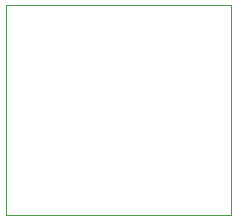
<source format=gbr>
%TF.GenerationSoftware,KiCad,Pcbnew,(5.1.6-0-10_14)*%
%TF.CreationDate,2020-10-21T16:06:14-07:00*%
%TF.ProjectId,photodiode_pcb,70686f74-6f64-4696-9f64-655f7063622e,rev?*%
%TF.SameCoordinates,Original*%
%TF.FileFunction,Profile,NP*%
%FSLAX46Y46*%
G04 Gerber Fmt 4.6, Leading zero omitted, Abs format (unit mm)*
G04 Created by KiCad (PCBNEW (5.1.6-0-10_14)) date 2020-10-21 16:06:14*
%MOMM*%
%LPD*%
G01*
G04 APERTURE LIST*
%TA.AperFunction,Profile*%
%ADD10C,0.050000*%
%TD*%
G04 APERTURE END LIST*
D10*
X135890000Y-103378000D02*
X135890000Y-85598000D01*
X154940000Y-103378000D02*
X135890000Y-103378000D01*
X154940000Y-85598000D02*
X154940000Y-103378000D01*
X135890000Y-85598000D02*
X154940000Y-85598000D01*
M02*

</source>
